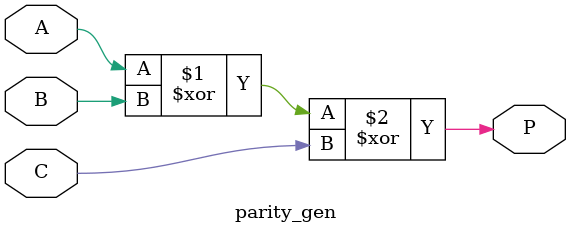
<source format=v>
`timescale 1ns / 1ps



module parity_gen(
    input wire A, B, C,    // 3-bit input
    output wire P          // Parity bit output
);

    assign P = A ^ B ^ C;  // XOR operation for even parity

endmodule

</source>
